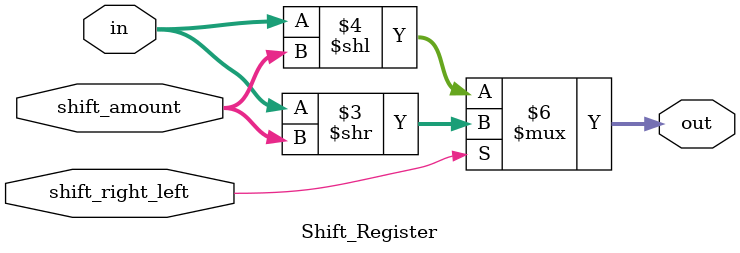
<source format=v>
module Shift_Register(in,shift_right_left,shift_amount,out);

input [31:0] in;
input [7:0] shift_amount; // shift amount will be get directly from the instruction (instr7:0) 
input shift_right_left; 
output reg [31:0] out; 

always @(in, shift_right_left, shift_amount) 
begin 
	if (shift_right_left == 1) 
		out = in >> shift_amount; //LSR operation 
	else 
		out = in << shift_amount; //LSL operation 
end 
endmodule 
</source>
